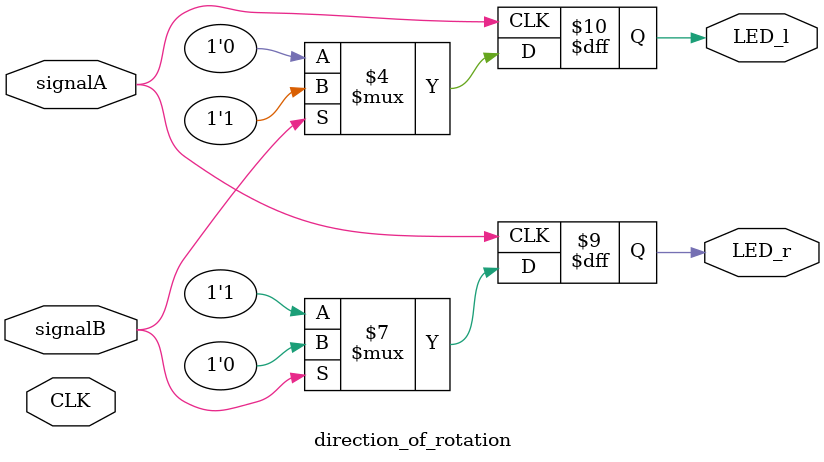
<source format=v>
module direction_of_rotation (
input  CLK,
output LED_r, // по часовой стрелки (вправо)
output LED_l, // против часовой стрелки (влево)
input signalA,
input signalB
);

wire signalA;
wire signalB;

always @(posedge signalA) begin
    if (signalB == 1'b0) begin
        LED_r <= 1'b1;
        LED_l <= 1'b0;   
    end
    else begin        
        LED_l <= 1'b1;
        LED_r <= 1'b0;
    end
end
endmodule
</source>
